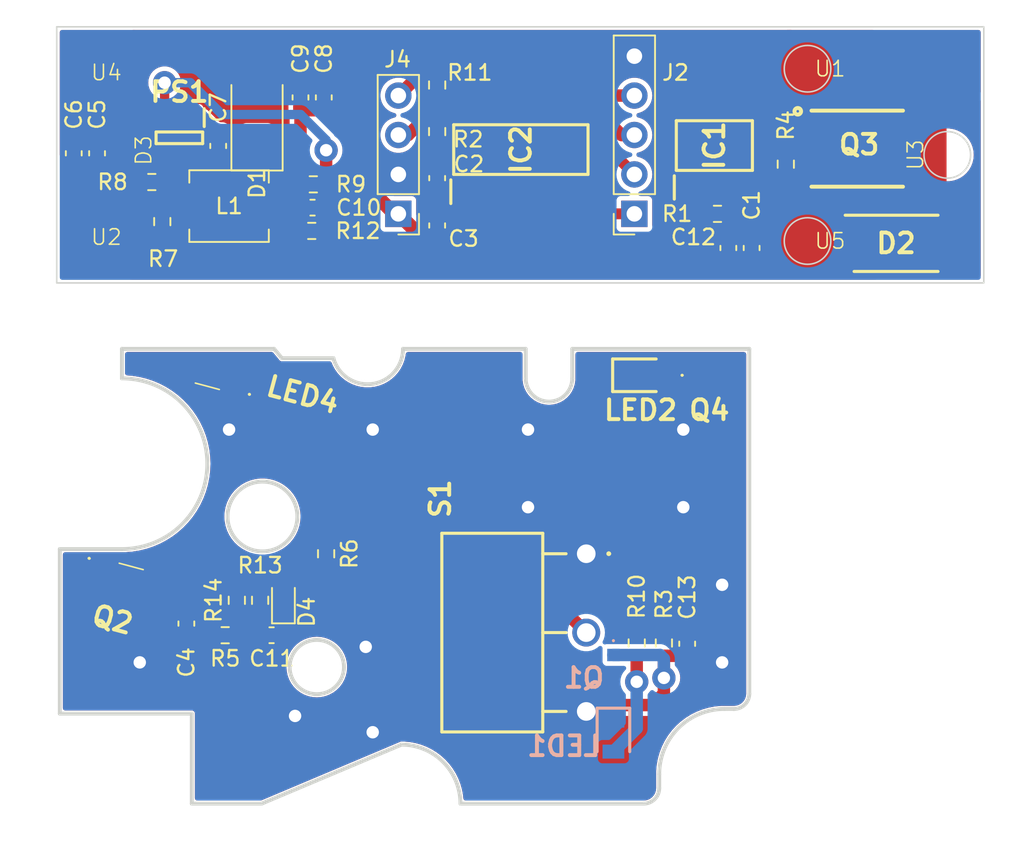
<source format=kicad_pcb>
(kicad_pcb (version 20240108) (generator "pcbnew") (generator_version "8.0")
  (layers (0 "F.Cu" signal) (31 "B.Cu" signal) (34 "B.Paste" user) (35 "F.Paste" user) (36 "B.SilkS" user "B.Silkscreen") (37 "F.SilkS" user "F.Silkscreen") (38 "B.Mask" user) (39 "F.Mask" user) (44 "Edge.Cuts" user))
  (net 0 "")
  (net 1 "GND")
  (net 2 "+12V")
  (net 3 "/pwr_motor")
  (net 4 "/NMOS")
  (net 5 "/updiRx")
  (net 6 "/updiTx")
  (net 7 "Net-(Q3-Pad4)")
  (net 8 "+3.3V")
  (net 10 "Net-(PS1-BST)")
  (net 11 "Net-(D1-K)")
  (net 12 "/V_FB")
  (net 13 "Net-(PS1-EN)")
  (net 14 "Net-(D4-A)")
  (net 21 "Net-(LED4-Pad1)")
  (net 22 "/V_Cycle_Out")
  (net 23 "/trigger_Out")
  (net 24 "/V_Cycle_In")
  (net 25 "/trigger_In")
  (net 26 "/Semi_Auto_In")
  (net 29 "Net-(IC1-OUT_1)")
  (net 31 "/Semi_Auto")
  (net 32 "Net-(LED1-Pad2)")
  (footprint "Capacitor_SMD:C_0603_1608Metric" (layer "F.Cu") (at 65.75 87.2 90)
    (property "Reference" "C6" (at 2.5 0 90) (layer "F.SilkS"))
    (property "Value" "10u/1206")
    (pad "1" smd roundrect (at -0.775 0 90) (size 0.9 0.95) (layers "F.Cu" "F.Paste" "F.Mask") (net 2 "+12V"))
    (pad "2" smd roundrect (at 0.775 0 90) (size 0.9 0.95) (layers "F.Cu" "F.Paste" "F.Mask") (net 1 "GND"))
  )
  (footprint "Capacitor_SMD:C_0603_1608Metric" (layer "F.Cu") (at 109.4 93.3 -90)
    (property "Reference" "C1" (at -2.75 0 90) (layer "F.SilkS"))
    (property "Value" "1u")
    (pad "1" smd roundrect (at -0.775 0 270) (size 0.9 0.95) (layers "F.Cu" "F.Paste" "F.Mask") (net 1 "GND"))
    (pad "2" smd roundrect (at 0.775 0 270) (size 0.9 0.95) (layers "F.Cu" "F.Paste" "F.Mask") (net 2 "+12V"))
  )
  (footprint "SamacSys:LEDC2012X105N" (layer "F.Cu") (at 102.25 101.5)
    (property "Reference" "LED2" (at 0 2.25 0) (layer "F.SilkS") (effects (font (size 1.27 1.27) (thickness 0.254))))
    (property "Value" "XL-2012IRC-940" (hide yes))
    (pad "1" smd rect (at -1 0) (size 0.9 1.4) (layers "F.Cu" "F.Paste" "F.Mask") (net 1 "GND"))
    (pad "2" smd rect (at 1 0) (size 0.9 1.4) (layers "F.Cu" "F.Paste" "F.Mask") (net 1 "GND"))
  )
  (footprint "SamacSys:Copper_Pad" (layer "F.Cu") (at 114.45 92.85)
    (property "Reference" "U5" (at 0 0 0) (layer "F.SilkS") (effects (font (thickness 0.1))))
    (property "Value" "12v")
    (pad "1" smd roundrect (at 0 0) (size 8 5) (layers "F.Cu" "F.Paste" "F.Mask") (net 2 "+12V"))
  )
  (footprint "Connector_PinSocket_2.54mm:PinSocket_1x05_P2.54mm_Vertical" (layer "F.Cu") (at 101.85 91.1 180)
    (property "Reference" "J2" (at -2.65 9.1 360) (layer "F.SilkS"))
    (property "Value" "Conn_01x05")
    (pad "1" thru_hole rect (at 0 0 180) (size 1.7 1.7) (drill 1) (layers "*.Cu" "*.Mask") (net 8 "+3.3V"))
    (pad "2" thru_hole oval (at 0 2.54 180) (size 1.7 1.7) (drill 1) (layers "*.Cu" "*.Mask") (net 25 "/trigger_In"))
    (pad "3" thru_hole oval (at 0 5.08 180) (size 1.7 1.7) (drill 1) (layers "*.Cu" "*.Mask") (net 26 "/Semi_Auto_In"))
    (pad "4" thru_hole oval (at 0 7.62 180) (size 1.7 1.7) (drill 1) (layers "*.Cu" "*.Mask") (net 24 "/V_Cycle_In"))
    (pad "5" thru_hole oval (at 0 10.16 180) (size 1.7 1.7) (drill 1) (layers "*.Cu" "*.Mask") (net 1 "GND"))
  )
  (footprint "SamacSys:POWERPAKSO-8" (layer "F.Cu") (at 116.2 86.9)
    (property "Reference" "Q3" (at 0.12217 -0.256 0) (layer "F.SilkS") (effects (font (size 1.27 1.27) (thickness 0.254))))
    (property "Value" "78-SQRS140ELP" (hide yes))
    (pad "1" smd rect (at -2.7325 -1.905 90) (size 0.61 1.27) (layers "F.Cu" "F.Paste" "F.Mask") (net 1 "GND"))
    (pad "2" smd rect (at -2.7325 -0.635 90) (size 0.61 1.27) (layers "F.Cu" "F.Paste" "F.Mask") (net 1 "GND"))
    (pad "3" smd rect (at -2.7325 0.635 90) (size 0.61 1.27) (layers "F.Cu" "F.Paste" "F.Mask") (net 1 "GND"))
    (pad "4" smd rect (at -2.7325 1.905 90) (size 0.61 1.27) (layers "F.Cu" "F.Paste" "F.Mask") (net 7 "Net-(Q3-Pad4)"))
    (pad "5" smd rect (at 2.7325 1.905 90) (size 0.61 1.02) (layers "F.Cu" "F.Paste" "F.Mask") (net 3 "/pwr_motor"))
    (pad "6" smd rect (at 2.7325 0.635 90) (size 0.61 1.02) (layers "F.Cu" "F.Paste" "F.Mask") (net 3 "/pwr_motor"))
    (pad "7" smd rect (at 2.7325 -0.635 90) (size 0.61 1.02) (layers "F.Cu" "F.Paste" "F.Mask") (net 3 "/pwr_motor"))
    (pad "8" smd rect (at 2.7325 -1.905 90) (size 0.61 1.02) (layers "F.Cu" "F.Paste" "F.Mask") (net 3 "/pwr_motor"))
    (pad "9" smd rect (at 0.6275 0 90) (size 3.81 3.91) (layers "F.Cu" "F.Paste" "F.Mask") (net 3 "/pwr_motor"))
  )
  (footprint "Resistor_SMD:R_0603_1608Metric" (layer "F.Cu") (at 81.075 92.2 180)
    (property "Reference" "R12" (at -2.975 0 0) (layer "F.SilkS"))
    (property "Value" "3.3k")
    (pad "1" smd roundrect (at -0.825 0 180) (size 0.8 0.95) (layers "F.Cu" "F.Paste" "F.Mask") (net 12 "/V_FB"))
    (pad "2" smd roundrect (at 0.825 0 180) (size 0.8 0.95) (layers "F.Cu" "F.Paste" "F.Mask") (net 1 "GND"))
  )
  (footprint "Connector_PinHeader_2.54mm:PinHeader_1x04_P2.54mm_Vertical" (layer "F.Cu") (at 86.65 91.1 180)
    (property "Reference" "J4" (at 0.05 9.95 0) (layer "F.SilkS"))
    (property "Value" "Conn_01x04")
    (pad "1" thru_hole rect (at 0 0 180) (size 1.7 1.7) (drill 1) (layers "*.Cu" "*.Mask") (net 8 "+3.3V"))
    (pad "2" thru_hole oval (at 0 2.54 180) (size 1.7 1.7) (drill 1) (layers "*.Cu" "*.Mask") (net 1 "GND"))
    (pad "3" thru_hole oval (at 0 5.08 180) (size 1.7 1.7) (drill 1) (layers "*.Cu" "*.Mask") (net 5 "/updiRx"))
    (pad "4" thru_hole oval (at 0 7.62 180) (size 1.7 1.7) (drill 1) (layers "*.Cu" "*.Mask") (net 6 "/updiTx"))
  )
  (footprint "Resistor_SMD:R_0603_1608Metric" (layer "F.Cu") (at 71.45 91.6 -90)
    (property "Reference" "R7" (at 2.4 -0.05 180) (layer "F.SilkS"))
    (property "Value" "10k")
    (pad "1" smd roundrect (at -0.825 0 270) (size 0.8 0.95) (layers "F.Cu" "F.Paste" "F.Mask") (net 13 "Net-(PS1-EN)"))
    (pad "2" smd roundrect (at 0.825 0 270) (size 0.8 0.95) (layers "F.Cu" "F.Paste" "F.Mask") (net 2 "+12V"))
  )
  (footprint "SamacSys:SOIC127P600X175-14N" (layer "F.Cu") (at 94.54 86.96 90)
    (property "Reference" "IC2" (at 0 0 90) (layer "F.SilkS") (effects (font (size 1.27 1.27) (thickness 0.254))))
    (property "Value" "ATTINY814-SSF" (hide yes))
    (pad "1" smd rect (at -2.712 -3.81 180) (size 0.7 1.525) (layers "F.Cu" "F.Paste" "F.Mask") (net 8 "+3.3V"))
    (pad "2" smd rect (at -2.712 -2.54 180) (size 0.7 1.525) (layers "F.Cu" "F.Paste" "F.Mask"))
    (pad "3" smd rect (at -2.712 -1.27 180) (size 0.7 1.525) (layers "F.Cu" "F.Paste" "F.Mask") (net 4 "/NMOS"))
    (pad "4" smd rect (at -2.712 0 180) (size 0.7 1.525) (layers "F.Cu" "F.Paste" "F.Mask"))
    (pad "5" smd rect (at -2.712 1.27 180) (size 0.7 1.525) (layers "F.Cu" "F.Paste" "F.Mask"))
    (pad "6" smd rect (at -2.712 2.54 180) (size 0.7 1.525) (layers "F.Cu" "F.Paste" "F.Mask"))
    (pad "7" smd rect (at -2.712 3.81 180) (size 0.7 1.525) (layers "F.Cu" "F.Paste" "F.Mask"))
    (pad "8" smd rect (at 2.712 3.81 180) (size 0.7 1.525) (layers "F.Cu" "F.Paste" "F.Mask") (net 26 "/Semi_Auto_In"))
    (pad "9" smd rect (at 2.712 2.54 180) (size 0.7 1.525) (layers "F.Cu" "F.Paste" "F.Mask") (net 25 "/trigger_In"))
    (pad "10" smd rect (at 2.712 1.27 180) (size 0.7 1.525) (layers "F.Cu" "F.Paste" "F.Mask") (net 5 "/updiRx"))
    (pad "11" smd rect (at 2.712 0 180) (size 0.7 1.525) (layers "F.Cu" "F.Paste" "F.Mask") (net 24 "/V_Cycle_In"))
    (pad "12" smd rect (at 2.712 -1.27 180) (size 0.7 1.525) (layers "F.Cu" "F.Paste" "F.Mask"))
    (pad "13" smd rect (at 2.712 -2.54 180) (size 0.7 1.525) (layers "F.Cu" "F.Paste" "F.Mask"))
    (pad "14" smd rect (at 2.712 -3.81 180) (size 0.7 1.525) (layers "F.Cu" "F.Paste" "F.Mask") (net 1 "GND"))
  )
  (footprint "Resistor_SMD:R_0603_1608Metric" (layer "F.Cu") (at 75.5 118.25)
    (property "Reference" "R5" (at 0 1.5 360) (layer "F.SilkS"))
    (property "Value" "10k")
    (pad "1" smd roundrect (at -0.825 0) (size 0.8 0.95) (layers "F.Cu" "F.Paste" "F.Mask") (net 22 "/V_Cycle_Out"))
    (pad "2" smd roundrect (at 0.825 0) (size 0.8 0.95) (layers "F.Cu" "F.Paste" "F.Mask") (net 8 "+3.3V"))
  )
  (footprint "Capacitor_SMD:C_0603_1608Metric" (layer "F.Cu") (at 107.9 93.3 90)
    (property "Reference" "C12" (at 0.7 -2.25 180) (layer "F.SilkS"))
    (property "Value" "0.1u")
    (pad "1" smd roundrect (at -0.775 0 90) (size 0.9 0.95) (layers "F.Cu" "F.Paste" "F.Mask") (net 2 "+12V"))
    (pad "2" smd roundrect (at 0.775 0 90) (size 0.9 0.95) (layers "F.Cu" "F.Paste" "F.Mask") (net 1 "GND"))
  )
  (footprint "Capacitor_SMD:C_0603_1608Metric" (layer "F.Cu") (at 80.35 83.6 90)
    (property "Reference" "C9" (at 2.5 0 90) (layer "F.SilkS"))
    (property "Value" "22u")
    (pad "1" smd roundrect (at -0.775 0 90) (size 0.9 0.95) (layers "F.Cu" "F.Paste" "F.Mask") (net 8 "+3.3V"))
    (pad "2" smd roundrect (at 0.775 0 90) (size 0.9 0.95) (layers "F.Cu" "F.Paste" "F.Mask") (net 1 "GND"))
  )
  (footprint "Capacitor_SMD:C_0603_1608Metric" (layer "F.Cu") (at 67.25 87.2 90)
    (property "Reference" "C5" (at 2.5 0 90) (layer "F.SilkS"))
    (property "Value" "10u/1206")
    (pad "1" smd roundrect (at -0.775 0 90) (size 0.9 0.95) (layers "F.Cu" "F.Paste" "F.Mask") (net 2 "+12V"))
    (pad "2" smd roundrect (at 0.775 0 90) (size 0.9 0.95) (layers "F.Cu" "F.Paste" "F.Mask") (net 1 "GND"))
  )
  (footprint "SamacSys:Copper_Pad" (layer "F.Cu") (at 67.85 82)
    (property "Reference" "U4" (at 0 0 0) (layer "F.SilkS") (effects (font (thickness 0.1))))
    (property "Value" "Gnd")
    (pad "1" smd roundrect (at 0 0) (size 5 5) (layers "F.Cu" "F.Paste" "F.Mask") (net 1 "GND"))
  )
  (footprint "SamacSys:APA3010P3C" (layer "F.Cu") (at 69.32 114.3 -15)
    (property "Reference" "Q2" (at -0.270024 3.126418 -15) (layer "F.SilkS") (effects (font (size 1.27 1.27) (thickness 0.254))))
    (property "Value" "LKPT30102B-A01" (hide yes))
    (pad "1" smd rect (at -1.75 0 75) (size 1.5 1.5) (layers "F.Cu" "F.Paste" "F.Mask") (net 1 "GND"))
    (pad "2" smd rect (at 1.75 0 75) (size 1.5 1.5) (layers "F.Cu" "F.Paste" "F.Mask") (net 22 "/V_Cycle_Out"))
    (pad "3" smd rect (at 0 0.65 75) (size 0.9 0.9) (layers "F.Cu" "F.Paste" "F.Mask") (net 1 "GND"))
  )
  (footprint "SamacSys:Copper_Pad" (layer "F.Cu") (at 119.95 87.3 90)
    (property "Reference" "U3" (at 0 0 90) (layer "F.SilkS") (effects (font (thickness 0.1))))
    (property "Value" "GndMotor")
    (pad "1" smd roundrect (at 0 0 90) (size 7 4) (layers "F.Cu" "F.Paste" "F.Mask") (net 3 "/pwr_motor"))
  )
  (footprint "Resistor_SMD:R_0603_1608Metric" (layer "F.Cu") (at 76.25 116 -90)
    (property "Reference" "R14" (at 0 1.5 90) (layer "F.SilkS"))
    (property "Value" "10K")
    (pad "1" smd roundrect (at -0.825 0 270) (size 0.8 0.95) (layers "F.Cu" "F.Paste" "F.Mask") (net 14 "Net-(D4-A)"))
    (pad "2" smd roundrect (at 0.825 0 270) (size 0.8 0.95) (layers "F.Cu" "F.Paste" "F.Mask") (net 8 "+3.3V"))
  )
  (footprint "Capacitor_SMD:C_0603_1608Metric" (layer "F.Cu") (at 75.05 86.725 -90)
    (property "Reference" "C7" (at -2.475 0 90) (layer "F.SilkS"))
    (property "Value" "22n")
    (pad "1" smd roundrect (at -0.775 0 270) (size 0.9 0.95) (layers "F.Cu" "F.Paste" "F.Mask") (net 10 "Net-(PS1-BST)"))
    (pad "2" smd roundrect (at 0.775 0 270) (size 0.9 0.95) (layers "F.Cu" "F.Paste" "F.Mask") (net 11 "Net-(D1-K)"))
  )
  (footprint "SamacSys:Copper_Pad" (layer "F.Cu") (at 67.85 92.6)
    (property "Reference" "U2" (at 0 0 0) (layer "F.SilkS") (effects (font (thickness 0.1))))
    (property "Value" "12v")
    (pad "1" smd roundrect (at 0 0) (size 5 5) (layers "F.Cu" "F.Paste" "F.Mask") (net 2 "+12V"))
  )
  (footprint "Resistor_SMD:R_0603_1608Metric" (layer "F.Cu") (at 89.15 82.8 90)
    (property "Reference" "R11" (at 0.8 2.1 0) (layer "F.SilkS"))
    (property "Value" "1k")
    (pad "1" smd roundrect (at -0.825 0 90) (size 0.8 0.95) (layers "F.Cu" "F.Paste" "F.Mask") (net 5 "/updiRx"))
    (pad "2" smd roundrect (at 0.825 0 90) (size 0.8 0.95) (layers "F.Cu" "F.Paste" "F.Mask") (net 6 "/updiTx"))
  )
  (footprint "Diode_SMD:D_0603_1608Metric" (layer "F.Cu") (at 79.25 116 90)
    (property "Reference" "D4" (at -0.75 1.5 90) (layer "F.SilkS"))
    (property "Value" "D")
    (pad "1" smd roundrect (at -0.7875 0 90) (size 0.875 0.95) (layers "F.Cu" "F.Paste" "F.Mask") (net 23 "/trigger_Out"))
    (pad "2" smd roundrect (at 0.7875 0 90) (size 0.875 0.95) (layers "F.Cu" "F.Paste" "F.Mask") (net 14 "Net-(D4-A)"))
  )
  (footprint "Capacitor_SMD:C_0603_1608Metric" (layer "F.Cu") (at 89.15 91.85 90)
    (property "Reference" "C3" (at -0.85 1.7 0) (layer "F.SilkS"))
    (property "Value" "10n")
    (pad "1" smd roundrect (at -0.775 0 90) (size 0.9 0.95) (layers "F.Cu" "F.Paste" "F.Mask") (net 8 "+3.3V"))
    (pad "2" smd roundrect (at 0.775 0 90) (size 0.9 0.95) (layers "F.Cu" "F.Paste" "F.Mask") (net 1 "GND"))
  )
  (footprint "Resistor_SMD:R_0603_1608Metric" (layer "F.Cu") (at 111.6 87.9 90)
    (property "Reference" "R4" (at 2.5 0 90) (layer "F.SilkS"))
    (property "Value" "10R")
    (pad "1" smd roundrect (at -0.825 0 90) (size 0.8 0.95) (layers "F.Cu" "F.Paste" "F.Mask") (net 7 "Net-(Q3-Pad4)"))
    (pad "2" smd roundrect (at 0.825 0 90) (size 0.8 0.95) (layers "F.Cu" "F.Paste" "F.Mask") (net 29 "Net-(IC1-OUT_1)"))
  )
  (footprint "Resistor_SMD:R_0603_1608Metric" (layer "F.Cu") (at 89.15 85.8 90)
    (property "Reference" "R2" (at -0.5 2 0) (layer "F.SilkS"))
    (property "Value" "10k")
    (pad "1" smd roundrect (at -0.825 0 90) (size 0.8 0.95) (layers "F.Cu" "F.Paste" "F.Mask") (net 8 "+3.3V"))
    (pad "2" smd roundrect (at 0.825 0 90) (size 0.8 0.95) (layers "F.Cu" "F.Paste" "F.Mask") (net 5 "/updiRx"))
  )
  (footprint "Capacitor_SMD:C_0603_1608Metric" (layer "F.Cu") (at 81.85 83.6 90)
    (property "Reference" "C8" (at 2.5 0 90) (layer "F.SilkS"))
    (property "Value" "22u")
    (pad "1" smd roundrect (at -0.775 0 90) (size 0.9 0.95) (layers "F.Cu" "F.Paste" "F.Mask") (net 8 "+3.3V"))
    (pad "2" smd roundrect (at 0.775 0 90) (size 0.9 0.95) (layers "F.Cu" "F.Paste" "F.Mask") (net 1 "GND"))
  )
  (footprint "SamacSys:SOIC127P600X175-8N" (layer "F.Cu") (at 107 86.7 90)
    (property "Reference" "IC1" (at 0 0 90) (layer "F.SilkS") (effects (font (size 1.27 1.27) (thickness 0.254))))
    (property "Value" "MCP1407-E_SN" (hide yes))
    (pad "1" smd rect (at -2.7 -1.905 180) (size 0.65 1.5) (layers "F.Cu" "F.Paste" "F.Mask") (net 2 "+12V"))
    (pad "2" smd rect (at -2.7 -0.635 180) (size 0.65 1.5) (layers "F.Cu" "F.Paste" "F.Mask") (net 4 "/NMOS"))
    (pad "3" smd rect (at -2.7 0.635 180) (size 0.65 1.5) (layers "F.Cu" "F.Paste" "F.Mask"))
    (pad "4" smd rect (at -2.7 1.905 180) (size 0.65 1.5) (layers "F.Cu" "F.Paste" "F.Mask") (net 1 "GND"))
    (pad "5" smd rect (at 2.7 1.905 180) (size 0.65 1.5) (layers "F.Cu" "F.Paste" "F.Mask") (net 1 "GND"))
    (pad "6" smd rect (at 2.7 0.635 180) (size 0.65 1.5) (layers "F.Cu" "F.Paste" "F.Mask") (net 29 "Net-(IC1-OUT_1)"))
    (pad "7" smd rect (at 2.7 -0.635 180) (size 0.65 1.5) (layers "F.Cu" "F.Paste" "F.Mask"))
    (pad "8" smd rect (at 2.7 -1.905 180) (size 0.65 1.5) (layers "F.Cu" "F.Paste" "F.Mask"))
  )
  (footprint "Resistor_SMD:R_0603_1608Metric" (layer "F.Cu") (at 77.75 116 -90)
    (property "Reference" "R13" (at -2.25 0 180) (layer "F.SilkS"))
    (property "Value" "1K")
    (pad "1" smd roundrect (at -0.825 0 270) (size 0.8 0.95) (layers "F.Cu" "F.Paste" "F.Mask") (net 14 "Net-(D4-A)"))
    (pad "2" smd roundrect (at 0.825 0 270) (size 0.8 0.95) (layers "F.Cu" "F.Paste" "F.Mask") (net 23 "/trigger_Out"))
  )
  (footprint "Inductor_SMD:L_Chilisin_BMRA00040420" (layer "F.Cu") (at 75.75 90.6)
    (property "Reference" "L1" (at 0 0 0) (layer "F.SilkS"))
    (property "Value" "10u/C2921170")
    (pad "1" smd rect (at -1.85 0) (size 1.5 2.5) (layers "F.Cu" "F.Paste" "F.Mask") (net 11 "Net-(D1-K)"))
    (pad "2" smd rect (at 1.85 0) (size 1.5 2.5) (layers "F.Cu" "F.Paste" "F.Mask") (net 8 "+3.3V"))
  )
  (footprint "SamacSys:DIOM5436X247N" (layer "F.Cu") (at 118.7 93)
    (property "Reference" "D2" (at 0 0 0) (layer "F.SilkS") (effects (font (size 1.27 1.27) (thickness 0.254))))
    (property "Value" "SS24" (hide yes))
    (pad "1" smd rect (at -2.2 0 90) (size 2.15 2.25) (layers "F.Cu" "F.Paste" "F.Mask") (net 2 "+12V"))
    (pad "2" smd rect (at 2.2 0 90) (size 2.15 2.25) (layers "F.Cu" "F.Paste" "F.Mask") (net 3 "/pwr_motor"))
  )
  (footprint "Resistor_SMD:R_0603_1608Metric" (layer "F.Cu") (at 103.75 118.75 90)
    (property "Reference" "R3" (at 2.5 0 90) (layer "F.SilkS"))
    (property "Value" "10k")
    (pad "1" smd roundrect (at -0.825 0 90) (size 0.8 0.95) (layers "F.Cu" "F.Paste" "F.Mask") (net 31 "/Semi_Auto"))
    (pad "2" smd roundrect (at 0.825 0 90) (size 0.8 0.95) (layers "F.Cu" "F.Paste" "F.Mask") (net 8 "+3.3V"))
  )
  (footprint "Capacitor_SMD:C_0603_1608Metric" (layer "F.Cu") (at 78.4875 118.25 180)
    (property "Reference" "C11" (at -0.0125 -1.5 360) (layer "F.SilkS"))
    (property "Value" "100nf")
    (pad "1" smd roundrect (at -0.775 0 180) (size 0.9 0.95) (layers "F.Cu" "F.Paste" "F.Mask") (net 1 "GND"))
    (pad "2" smd roundrect (at 0.775 0 180) (size 0.9 0.95) (layers "F.Cu" "F.Paste" "F.Mask") (net 23 "/trigger_Out"))
  )
  (footprint "Resistor_SMD:R_0603_1608Metric" (layer "F.Cu") (at 102 118.75 -90)
    (property "Reference" "R10" (at -3 0 90) (layer "F.SilkS"))
    (property "Value" "91R")
    (pad "1" smd roundrect (at -0.825 0 270) (size 0.8 0.95) (layers "F.Cu" "F.Paste" "F.Mask") (net 8 "+3.3V"))
    (pad "2" smd roundrect (at 0.825 0 270) (size 0.8 0.95) (layers "F.Cu" "F.Paste" "F.Mask") (net 32 "Net-(LED1-Pad2)"))
  )
  (footprint "Resistor_SMD:R_0603_1608Metric" (layer "F.Cu") (at 70.775 89.05)
    (property "Reference" "R8" (at -2.525 0 0) (layer "F.SilkS"))
    (property "Value" "2k")
    (pad "1" smd roundrect (at -0.825 0) (size 0.8 0.95) (layers "F.Cu" "F.Paste" "F.Mask") (net 1 "GND"))
    (pad "2" smd roundrect (at 0.825 0) (size 0.8 0.95) (layers "F.Cu" "F.Paste" "F.Mask") (net 13 "Net-(PS1-EN)"))
  )
  (footprint "SamacSys:AP1608P1CP22" (layer "F.Cu") (at 106.675 101.5)
    (property "Reference" "Q4" (at 0 2.25 0) (layer "F.SilkS") (effects (font (size 1.27 1.27) (thickness 0.254))))
    (property "Value" "LC191PTDT" (hide yes))
    (pad "1" smd rect (at -0.825 0 90) (size 0.8 0.8) (layers "F.Cu" "F.Paste" "F.Mask") (net 1 "GND"))
    (pad "2" smd rect (at 0.825 0 90) (size 0.8 0.8) (layers "F.Cu" "F.Paste" "F.Mask") (net 1 "GND"))
  )
  (footprint "Capacitor_SMD:C_0603_1608Metric" (layer "F.Cu") (at 73 117.5 -90)
    (property "Reference" "C4" (at 2.5 0 90) (layer "F.SilkS"))
    (property "Value" "10n")
    (pad "1" smd roundrect (at -0.775 0 270) (size 0.9 0.95) (layers "F.Cu" "F.Paste" "F.Mask") (net 22 "/V_Cycle_Out"))
    (pad "2" smd roundrect (at 0.775 0 270) (size 0.9 0.95) (layers "F.Cu" "F.Paste" "F.Mask") (net 1 "GND"))
  )
  (footprint "Capacitor_SMD:C_0603_1608Metric" (layer "F.Cu") (at 81.125 90.7)
    (property "Reference" "C10" (at 2.975 0 0) (layer "F.SilkS"))
    (property "Value" "100p")
    (pad "1" smd roundrect (at -0.775 0) (size 0.9 0.95) (layers "F.Cu" "F.Paste" "F.Mask") (net 8 "+3.3V"))
    (pad "2" smd roundrect (at 0.775 0) (size 0.9 0.95) (layers "F.Cu" "F.Paste" "F.Mask") (net 12 "/V_FB"))
  )
  (footprint "Resistor_SMD:R_0603_1608Metric" (layer "F.Cu") (at 81.175 89.2)
    (property "Reference" "R9" (at 2.425 0 0) (layer "F.SilkS"))
    (property "Value" "10k")
    (pad "1" smd roundrect (at -0.825 0) (size 0.8 0.95) (layers "F.Cu" "F.Paste" "F.Mask") (net 8 "+3.3V"))
    (pad "2" smd roundrect (at 0.825 0) (size 0.8 0.95) (layers "F.Cu" "F.Paste" "F.Mask") (net 12 "/V_FB"))
  )
  (footprint "SamacSys:463092691402" (layer "F.Cu") (at 98.75 113 -90)
    (property "Reference" "S1" (at -3.55 9.4 -90) (layer "F.SilkS") (effects (font (size 1.27 1.27) (thickness 0.254))))
    (property "Value" "Trigger" (hide yes))
    (pad "1" thru_hole rect (at 0 0 270) (size 1.8 1.8) (drill 1.2) (layers "*.Cu" "*.Mask") (net 1 "GND"))
    (pad "2" thru_hole circle (at 5.08 0 270) (size 1.8 1.8) (drill 1.2) (layers "*.Cu" "*.Mask") (net 14 "Net-(D4-A)"))
    (pad "3" thru_hole circle (at 10.16 0 270) (size 1.8 1.8) (drill 1.2) (layers "*.Cu" "*.Mask") (net 1 "GND"))
  )
  (footprint "Capacitor_SMD:C_0603_1608Metric" (layer "F.Cu") (at 89.15 88.8 -90)
    (property "Reference" "C2" (at -0.9 -2.05 180) (layer "F.SilkS"))
    (property "Value" "1u")
    (pad "1" smd roundrect (at -0.775 0 270) (size 0.9 0.95) (layers "F.Cu" "F.Paste" "F.Mask") (net 8 "+3.3V"))
    (pad "2" smd roundrect (at 0.775 0 270) (size 0.9 0.95) (layers "F.Cu" "F.Paste" "F.Mask") (net 1 "GND"))
  )
  (footprint "Resistor_SMD:R_0603_1608Metric" (layer "F.Cu") (at 107.2 91.1 180)
    (property "Reference" "R1" (at 2.6 0 0) (layer "F.SilkS"))
    (property "Value" "10k")
    (pad "1" smd roundrect (at -0.825 0 180) (size 0.8 0.95) (layers "F.Cu" "F.Paste" "F.Mask") (net 1 "GND"))
    (pad "2" smd roundrect (at 0.825 0 180) (size 0.8 0.95) (layers "F.Cu" "F.Paste" "F.Mask") (net 4 "/NMOS"))
  )
  (footprint "SamacSys:APA3010P3C" (layer "F.Cu") (at 74.481768 101.727852 165)
    (property "Reference" "LED4" (at -6.077717 0.570314 165) (layer "F.SilkS") (effects (font (size 1.27 1.27) (thickness 0.254))))
    (property "Value" "LKIR30102C-A01" (hide yes))
    (pad "1" smd rect (at -1.75 0 255) (size 1.5 1.5) (layers "F.Cu" "F.Paste" "F.Mask") (net 21 "Net-(LED4-Pad1)"))
    (pad "2" smd rect (at 1.75 0 255) (size 1.5 1.5) (layers "F.Cu" "F.Paste" "F.Mask") (net 1 "GND"))
    (pad "3" smd rect (at 0 0.65 255) (size 0.9 0.9) (layers "F.Cu" "F.Paste" "F.Mask") (net 1 "GND"))
  )
  (footprint "Resistor_SMD:R_0603_1608Metric" (layer "F.Cu") (at 82 113 90)
    (property "Reference" "R6" (at 0 1.5 90) (layer "F.SilkS"))
    (property "Value" "51R")
    (pad "1" smd roundrect (at -0.825 0 90) (size 0.8 0.95) (layers "F.Cu" "F.Paste" "F.Mask") (net 8 "+3.3V"))
    (pad "2" smd roundrect (at 0.825 0 90) (size 0.8 0.95) (layers "F.Cu" "F.Paste" "F.Mask") (net 21 "Net-(LED4-Pad1)"))
  )
  (footprint "Capacitor_SMD:C_0603_1608Metric" (layer "F.Cu") (at 105.25 118.8 90)
    (property "Reference" "C13" (at 3 0 90) (layer "F.SilkS"))
    (property "Value" "10n")
    (pad "1" smd roundrect (at -0.775 0 90) (size 0.9 0.95) (layers "F.Cu" "F.Paste" "F.Mask") (net 31 "/Semi_Auto"))
    (pad "2" smd roundrect (at 0.775 0 90) (size 0.9 0.95) (layers "F.Cu" "F.Paste" "F.Mask") (net 1 "GND"))
  )
  (footprint "SamacSys:Copper_Pad" (layer "F.Cu") (at 114.45 81.75)
    (property "Reference" "U1" (at 0 0 0) (layer "F.SilkS") (effects (font (thickness 0.1))))
    (property "Value" "Gnd")
    (pad "1" smd roundrect (at 0 0) (size 8 5) (layers "F.Cu" "F.Paste" "F.Mask") (net 1 "GND"))
  )
  (footprint "SamacSys:TVS_DIODE" (layer "F.Cu") (at 68.9 87.0125 90)
    (property "Reference" "D3" (at 0 1.35 90) (layer "F.SilkS") (effects (font (thickness 0.1))))
    (property "Value" "824045812")
    (pad "1" smd rect (at -0.6125 0 90) (size 0.625 1) (layers "F.Cu" "F.Paste" "F.Mask") (net 2 "+12V"))
    (pad "2" smd rect (at 0.6125 0 90) (size 0.625 1) (layers "F.Cu" "F.Paste" "F.Mask") (net 1 "GND"))
  )
  (footprint "SamacSys:SOT95P285X140-6N" (layer "F.Cu") (at 72.55 86.2 -90)
    (property "Reference" "PS1" (at -2.95 0 180) (layer "F.SilkS") (effects (font (size 1.27 1.27) (thickness 0.254))))
    (property "Value" "AP5100WG-7" (hide yes))
    (pad "1" smd rect (at -1.3 -0.95) (size 0.6 1.15) (layers "F.Cu" "F.Paste" "F.Mask") (net 10 "Net-(PS1-BST)"))
    (pad "2" smd rect (at -1.3 0) (size 0.6 1.15) (layers "F.Cu" "F.Paste" "F.Mask") (net 1 "GND"))
    (pad "3" smd rect (at -1.3 0.95) (size 0.6 1.15) (layers "F.Cu" "F.Paste" "F.Mask") (net 12 "/V_FB"))
    (pad "4" smd rect (at 1.3 0.95) (size 0.6 1.15) (layers "F.Cu" "F.Paste" "F.Mask") (net 13 "Net-(PS1-EN)"))
    (pad "5" smd rect (at 1.3 0) (size 0.6 1.15) (layers "F.Cu" "F.Paste" "F.Mask") (net 2 "+12V"))
    (pad "6" smd rect (at 1.3 -0.95) (size 0.6 1.15) (layers "F.Cu" "F.Paste" "F.Mask") (net 11 "Net-(D1-K)"))
  )
  (footprint "Diode_SMD:D_SMA" (layer "F.Cu") (at 77.55 84.8 90)
    (property "Reference" "D1" (at -4.35 0 90) (layer "F.SilkS"))
    (property "Value" "B340A")
    (pad "1" smd roundrect (at -2 0 90) (size 2.5 1.8) (layers "F.Cu" "F.Paste" "F.Mask") (roundrect_rratio 0.1388888889) (net 11 "Net-(D1-K)"))
    (pad "2" smd roundrect (at 2 0 90) (size 2.5 1.8) (layers "F.Cu" "F.Paste" "F.Mask") (roundrect_rratio 0.1388888889) (net 1 "GND"))
  )
  (footprint "SamacSys:LEDC2012X105N" (layer "B.Cu") (at 100.5 124.75 -90)
    (property "Reference" "LED1" (at 0.65 3.2 180) (layer "B.SilkS") (effects (font (size 1.27 1.27) (thickness 0.254)) (justify mirror)))
    (property "Value" "XL-2012IRC-940" (hide yes))
    (pad "1" smd rect (at -1 0 270) (size 0.9 1.4) (layers "B.Cu" "B.Paste" "B.Mask") (net 1 "GND"))
    (pad "2" smd rect (at 1 0 270) (size 0.9 1.4) (layers "B.Cu" "B.Paste" "B.Mask") (net 32 "Net-(LED1-Pad2)"))
  )
  (footprint "SamacSys:AP1608P1CP22" (layer "B.Cu") (at 100.5 120.35 -90)
    (property "Reference" "Q1" (at 0.65 1.9 0) (layer "B.SilkS") (effects (font (size 1.27 1.27) (thickness 0.254)) (justify mirror)))
    (property "Value" "LC191PTDT" (hide yes))
    (pad "1" smd rect (at -0.825 0 180) (size 0.8 0.8) (layers "B.Cu" "B.Paste" "B.Mask") (net 31 "/Semi_Auto"))
    (pad "2" smd rect (at 0.825 0 180) (size 0.8 0.8) (layers "B.Cu" "B.Paste" "B.Mask") (net 1 "GND"))
  )
  (gr_arc (start 103.45 127.2) (mid 104.680152 124.230152) (end 107.65 123) (stroke (width 0.25)) (layer "Edge.Cuts"))
  (gr_line (start 94.85 99.8) (end 94.85 101.7) (stroke (width 0.25)) (layer "Edge.Cuts"))
  (gr_line (start 68.85 99.8) (end 78.65 99.8) (stroke (width 0.25)) (layer "Edge.Cuts"))
  (gr_arc (start 86.95 99.8) (mid 84.972291 102.060222) (end 82.469609 100.400011) (stroke (width 0.25)) (layer "Edge.Cuts"))
  (gr_line (start 109.25 122.013116) (end 109.25 99.8) (stroke (width 0.25)) (layer "Edge.Cuts"))
  (gr_line (start 97.85 101.7) (end 97.85 99.8) (stroke (width 0.25)) (layer "Edge.Cuts"))
  (gr_line (start 107.65 123) (end 108.25 123) (stroke (width 0.25)) (layer "Edge.Cuts"))
  (gr_arc (start 103.45 128.1) (mid 103.157107 128.807107) (end 102.45 129.1) (stroke (width 0.25)) (layer "Edge.Cuts"))
  (gr_line (start 79.147321 100.4) (end 82.469609 100.400011) (stroke (width 0.25)) (layer "Edge.Cuts"))
  (gr_line (start 73.35 129.1) (end 77.85 129.1) (stroke (width 0.25)) (layer "Edge.Cuts"))
  (gr_circle (center 81.4 120.3) (end 83.15 120.3) (stroke (width 0.25)) (fill none) (layer "Edge.Cuts"))
  (gr_line (start 90.65 129.1) (end 102.45 129.1) (stroke (width 0.25)) (layer "Edge.Cuts"))
  (gr_circle (center 113 92.85) (end 114.5 92.85) (stroke (width 0.1)) (fill none) (layer "Edge.Cuts"))
  (gr_line (start 68.85 99.8) (end 68.85 101.7) (stroke (width 0.25)) (layer "Edge.Cuts"))
  (gr_circle (center 77.9 110.6) (end 80.15 110.6) (stroke (width 0.25)) (fill none) (layer "Edge.Cuts"))
  (gr_circle (center 122 87.3) (end 120.5 87.3) (stroke (width 0.1)) (fill none) (layer "Edge.Cuts"))
  (gr_line (start 78.65 99.8) (end 79.15 100.4) (stroke (width 0.25)) (layer "Edge.Cuts"))
  (gr_line (start 73.35 123.3) (end 64.85 123.3) (stroke (width 0.25)) (layer "Edge.Cuts"))
  (gr_arc (start 109.250087 122.013116) (mid 108.956352 122.715627) (end 108.25 123) (stroke (width 0.25)) (layer "Edge.Cuts"))
  (gr_arc (start 97.85 101.7) (mid 96.35 103.2) (end 94.85 101.7) (stroke (width 0.25)) (layer "Edge.Cuts"))
  (gr_line (start 103.45 128.1) (end 103.45 127.2) (stroke (width 0.25)) (layer "Edge.Cuts"))
  (gr_line (start 64.85 112.7) (end 64.85 123.3) (stroke (width 0.25)) (layer "Edge.Cuts"))
  (gr_line (start 64.85 112.7) (end 68.85 112.7) (stroke (width 0.25)) (layer "Edge.Cuts"))
  (gr_line (start 86.95 99.8) (end 94.85 99.8) (stroke (width 0.25)) (layer "Edge.Cuts"))
  (gr_line (start 73.35 129.1) (end 73.35 123.3) (stroke (width 0.25)) (layer "Edge.Cuts"))
  (gr_line (start 86.85 125.3) (end 77.85 129.1) (stroke (width 0.25)) (layer "Edge.Cuts"))
  (gr_arc (start 68.85 101.7) (mid 74.35 107.2) (end 68.85 112.7) (stroke (width 0.25)) (layer "Edge.Cuts"))
  (gr_arc (start 86.85 125.3) (mid 89.537006 126.412994) (end 90.65 129.1) (stroke (width 0.25)) (layer "Edge.Cuts"))
  (gr_line (start 97.85 99.8) (end 109.25 99.8) (stroke (width 0.25)) (layer "Edge.Cuts"))
  (gr_circle (center 113 81.75) (end 114.5 81.75) (stroke (width 0.1)) (fill none) (layer "Edge.Cuts"))
  (gr_rect (start 64.65 79.05) (end 124.35 95.55) (stroke (width 0.1)) (fill none) (layer "Edge.Cuts"))
  (segment (start 67.85 82.5) (end 67.85 82) (width 2) (layer "F.Cu") (net 1))
  (segment (start 113.4 81.75) (end 114.45 81.75) (width 2) (layer "F.Cu") (net 1))
  (segment (start 79.2625 118.9875) (end 79.2625 118.25) (width 0.8) (layer "F.Cu") (net 1))
  (segment (start 67.95 82.6) (end 67.85 82.5) (width 2) (layer "F.Cu") (net 1))
  (segment (start 78.36851 124.38149) (end 78.36851 119.88149) (width 0.8) (layer "F.Cu") (net 1))
  (segment (start 78.36851 119.88149) (end 79.2625 118.9875) (width 0.8) (layer "F.Cu") (net 1))
  (segment (start 111.9 80.25) (end 113.4 81.75) (width 2) (layer "F.Cu") (net 1))
  (segment (start 69.6 80.25) (end 111.9 80.25) (width 2) (layer "F.Cu") (net 1))
  (segment (start 67.85 82) (end 69.6 80.25) (width 2) (layer "F.Cu") (net 1))
  (segment (start 77.5 125.25) (end 78.36851 124.38149) (width 0.8) (layer "F.Cu") (net 1))
  (via (at 75.75 105) (size 1.5) (drill 0.8) (layers "F.Cu" "B.Cu") (net 1))
  (via (at 95 105) (size 1.5) (drill 0.8) (layers "F.Cu" "B.Cu") (net 1))
  (via (at 70 120) (size 1.5) (drill 0.8) (layers "F.Cu" "B.Cu") (net 1))
  (via (at 105 110) (size 1.5) (drill 0.8) (layers "F.Cu" "B.Cu") (net 1))
  (via (at 84.55 119) (size 1.5) (drill 0.8) (layers "F.Cu" "B.Cu") (net 1))
  (via (at 105 105) (size 1.5) (drill 0.8) (layers "F.Cu" "B.Cu") (net 1))
  (via (at 80 123.45) (size 1.5) (drill 0.8) (layers "F.Cu" "B.Cu") (net 1))
  (via (at 85 105) (size 1.5) (drill 0.8) (layers "F.Cu" "B.Cu") (net 1))
  (via (at 85 124.5) (size 1.5) (drill 0.8) (layers "F.Cu" "B.Cu") (net 1))
  (via (at 95 110) (size 1.5) (drill 0.8) (layers "F.Cu" "B.Cu") (net 1))
  (via (at 107.5 120) (size 1.5) (drill 0.8) (layers "F.Cu" "B.Cu") (net 1))
  (via (at 107.5 115) (size 1.5) (drill 0.8) (layers "F.Cu" "B.Cu") (net 1))
  (segment (start 68.9 87.625) (end 68.7 87.825) (width 0.6) (layer "F.Cu") (net 2))
  (segment (start 67.25 87.975) (end 67.25 92) (width 0.9) (layer "F.Cu") (net 2))
  (segment (start 72.55 87.5) (end 72.55 91.325) (width 0.6) (layer "F.Cu") (net 2))
  (segment (start 67.25 92) (end 67.85 92.6) (width 0.9) (layer "F.Cu") (net 2))
  (segment (start 72.55 91.325) (end 71.45 92.425) (width 0.6) (layer "F.Cu") (net 2))
  (segment (start 68.7 91.75) (end 67.85 92.6) (width 0.6) (layer "F.Cu") (net 2))
  (segment (start 105.095 89.4) (end 105.1 89.405) (width 0.65) (layer "F.Cu") (net 2))
  (segment (start 112.95 94.35) (end 114.45 92.85) (width 2) (layer "F.Cu") (net 2))
  (segment (start 67.25 87.975) (end 65.75 87.975) (width 0.9) (layer "F.Cu") (net 2))
  (segment (start 71.45 92.425) (end 68.025 92.425) (width 0.8) (layer "F.Cu") (net 2))
  (segment (start 68.025 92.425) (end 67.85 92.6) (width 0.8) (layer "F.Cu") (net 2))
  (segment (start 68.7 87.825) (end 68.7 91.75) (width 0.6) (layer "F.Cu") (net 2))
  (segment (start 67.85 92.6) (end 69.6 94.35) (width 2) (layer "F.Cu") (net 2))
  (segment (start 105.1 89.405) (end 105.1 94.35) (width 0.65) (layer "F.Cu") (net 2))
  (segment (start 69.6 94.35) (end 112.95 94.35) (width 2) (layer "F.Cu") (net 2))
  (segment (start 95.4555 92.8) (end 93.27 90.6145) (width 0.7) (layer "F.Cu") (net 4))
  (segment (start 106.375 91.1) (end 106.375 88.475) (width 0.7) (layer "F.Cu") (net 4))
  (segment (start 104.6 87.8) (end 104 88.4) (width 0.7) (layer "F.Cu") (net 4))
  (segment (start 104 92.1) (end 103.3 92.8) (width 0.7) (layer "F.Cu") (net 4))
  (segment (start 93.27 90.6145) (end 93.27 89.672) (width 0.7) (layer "F.Cu") (net 4))
  (segment (start 105.7 87.8) (end 104.6 87.8) (width 0.7) (layer "F.Cu") (net 4))
  (segment (start 106.375 88.475) (end 105.7 87.8) (width 0.7) (layer "F.Cu") (net 4))
  (segment (start 104 88.4) (end 104 92.1) (width 0.7) (layer "F.Cu") (net 4))
  (segment (start 103.3 92.8) (end 95.4555 92.8) (width 0.7) (layer "F.Cu") (net 4))
  (segment (start 89.15 83.625) (end 89.15 84.975) (width 0.8) (layer "F.Cu") (net 5))
  (segment (start 87.28 86.02) (end 86.65 86.02) (width 0.8) (layer "F.Cu") (net 5))
  (segment (start 95.81 84.248) (end 95.81 85.69) (width 0.7) (layer "F.Cu") (net 5))
  (segment (start 90.65 86.35) (end 89.275 84.975) (width 0.7) (layer "F.Cu") (net 5))
  (segment (start 89.15 84.975) (end 88.325 84.975) (width 0.8) (layer "F.Cu") (net 5))
  (segment (start 88.325 84.975) (end 87.28 86.02) (width 0.8) (layer "F.Cu") (net 5))
  (segment (start 95.15 86.35) (end 90.65 86.35) (width 0.7) (layer "F.Cu") (net 5))
  (segment (start 95.81 85.69) (end 95.15 86.35) (width 0.7) (layer "F.Cu") (net 5))
  (segment (start 89.275 84.975) (end 89.15 84.975) (width 0.7) (layer "F.Cu") (net 5))
  (segment (start 88.175 81.975) (end 86.67 83.48) (width 0.8) (layer "F.Cu") (net 6))
  (segment (start 89.15 81.975) (end 88.175 81.975) (width 0.8) (layer "F.Cu") (net 6))
  (segment (start 86.67 83.48) (end 86.65 83.48) (width 0.8) (layer "F.Cu") (net 6))
  (segment (start 111.6 88.725) (end 111.68 88.805) (width 0.6) (layer "F.Cu") (net 7))
  (segment (start 111.68 88.805) (end 113.4675 88.805) (width 0.6) (layer "F.Cu") (net 7))
  (segment (start 86.4 91.1) (end 86.65 91.1) (width 0.9) (layer "F.Cu") (net 8))
  (segment (start 75.425 113.825) (end 74.75 114.5) (width 0.8) (layer "F.Cu") (net 8))
  (segment (start 90.73 89.672) (end 90.73 91.72) (width 0.7) (layer "F.Cu") (net 8))
  (segment (start 81.85 84.375) (end 82.825 84.375) (width 0.9) (layer "F.Cu") (net 8))
  (segment (start 83.5 88.2) (end 86.4 91.1) (width 0.9) (layer "F.Cu") (net 8))
  (segment (start 99.65 88.7) (end 99.65 90.2) (width 0.7) (layer "F.Cu") (net 8))
  (segment (start 88.175 92.625) (end 89.15 92.625) (width 0.9) (layer "F.Cu") (net 8))
  (segment (start 91.61 87.7) (end 98.65 87.7) (width 0.7) (layer "F.Cu") (net 8))
  (segment (start 90.73 88.58) (end 91.61 87.7) (width 0.7) (layer "F.Cu") (net 8))
  (segment (start 102 117.25) (end 100.25 115.5) (width 0.8) (layer "F.Cu") (net 8))
  (segment (start 76.325 118.25) (end 76.325 123.425) (width 0.8) (layer "F.Cu") (net 8))
  (segment (start 81.85 84.375) (end 80.35 84.375) (width 0.9) (layer "F.Cu") (net 8))
  (segment (start 86.65 91.1) (end 88.175 92.625) (width 0.9) (layer "F.Cu") (net 8))
  (segment (start 89.15 88.025) (end 90.175 88.025) (width 0.7) (layer "F.Cu") (net 8))
  (segment (start 83.5 85.05) (end 83.5 88.2) (width 0.9) (layer "F.Cu") (net 8))
  (segment (start 74.75 115.70625) (end 75.86875 116.825) (width 0.8) (layer "F.Cu") (net 8))
  (segment (start 100.55 91.1) (end 101.85 91.1) (width 0.7) (layer "F.Cu") (net 8))
  (segment (start 98.65 87.7) (end 99.65 88.7) (width 0.7) (layer "F.Cu") (net 8))
  (segment (start 80.35 89.2) (end 80.35 84.375) (width 0.8) (layer "F.Cu") (net 8))
  (segment (start 80.35 89.2) (end 80.35 90.7) (width 0.8) (layer "F.Cu") (net 8))
  (segment (start 80.25 90.6) (end 77.6 90.6) (width 0.9) (layer "F.Cu") (net 8))
  (segment (start 75.86875 116.825) (end 76.25 116.825) (width 0.8) (layer "F.Cu") (net 8))
  (segment (start 103.75 117.925) (end 102 117.925) (width 0.8) (layer "F.Cu") (net 8))
  (segment (start 76.25 116.825) (end 76.325 116.9) (width 0.8) (layer "F.Cu") (net 8))
  (segment (start 102 117.925) (end 102 117.25) (width 0.8) (layer "F.Cu") (net 8))
  (segment (start 90.73 88.58) (end 90.73 89.672) (width 0.7) (layer "F.Cu") (net 8))
  (segment (start 89.825 92.625) (end 89.15 92.625) (width 0.7) (layer "F.Cu") (net 8))
  (segment (start 76.325 123.425) (end 75.75 124) (width 0.8) (layer "F.Cu") (net 8))
  (segment (start 82 113.825) (end 75.425 113.825) (width 0.8) (layer "F.Cu") (net 8))
  (segment (start 90.175 88.025) (end 90.73 88.58) (width 0.7) (layer "F.Cu") (net 8))
  (segment (start 82.825 84.375) (end 83.5 85.05) (width 0.9) (layer "F.Cu") (net 8))
  (segment (start 89.15 86.625) (end 89.15 88.025) (width 1) (layer "F.Cu") (net 8))
  (segment (start 83.675 115.5) (end 82 113.825) (width 0.8) (layer "F.Cu") (net 8))
  (segment (start 76.325 116.9) (end 76.325 118.25) (width 0.8) (layer "F.Cu") (net 8))
  (segment (start 90.73 91.72) (end 89.825 92.625) (width 0.7) (layer "F.Cu") (net 8))
  (segment (start 100.25 115.5) (end 83.675 115.5) (width 0.8) (layer "F.Cu") (net 8))
  (segment (start 80.35 90.7) (end 80.25 90.6) (width 0.9) (layer "F.Cu") (net 8))
  (segment (start 74.75 114.5) (end 74.75 115.70625) (width 0.8) (layer "F.Cu") (net 8))
  (segment (start 99.65 90.2) (end 100.55 91.1) (width 0.7) (layer "F.Cu") (net 8))
  (segment (start 73.5 84.9) (end 74 84.9) (width 0.6) (layer "F.Cu") (net 10))
  (segment (start 74 84.9) (end 75.05 85.95) (width 0.6) (layer "F.Cu") (net 10))
  (segment (start 75.05 87.5) (end 76.85 87.5) (width 0.9) (layer "F.Cu") (net 11))
  (segment (start 73.5 87.5) (end 73.5 90.2) (width 0.6) (layer "F.Cu") (net 11))
  (segment (start 73.5 90.2) (end 73.9 90.6) (width 0.6) (layer "F.Cu") (net 11))
  (segment (start 73.5 87.5) (end 75.05 87.5) (width 0.6) (layer "F.Cu") (net 11))
  (segment (start 76.85 87.5) (end 77.55 86.8) (width 0.9) (layer "F.Cu") (net 11))
  (segment (start 81.9 92.2) (end 81.9 90.7) (width 0.8) (layer "F.Cu") (net 12))
  (segment (start 82 89.2) (end 82 90.6) (width 0.8) (layer "F.Cu") (net 12))
  (segment (start 82 89.2) (end 82 87) (width 0.8) (layer "F.Cu") (net 12))
  (segment (start 82 87) (end 82 86.95) (width 0.8) (layer "F.Cu") (net 12))
  (segment (start 82 90.6) (end 81.9 90.7) (width 0.8) (layer "F.Cu") (net 12))
  (segment (start 71.6 84.9) (end 71.6 82.65) (width 0.6) (layer "F.Cu") (net 12))
  (via (at 71.6 82.65) (size 1.5) (drill 0.8) (layers "F.Cu" "B.Cu") (net 12))
  (via (at 82 87) (size 1.5) (drill 0.8) (layers "F.Cu" "B.Cu") (net 12))
  (segment (start 75.3 84.7) (end 80.35 84.7) (width 0.6) (layer "B.Cu") (net 12))
  (segment (start 80.35 84.7) (end 82 86.35) (width 0.6) (layer "B.Cu") (net 12))
  (segment (start 82 86.35) (end 82 87) (width 0.6) (layer "B.Cu") (net 12))
  (segment (start 71.6 82.65) (end 73.25 82.65) (width 0.6) (layer "B.Cu") (net 12))
  (segment (start 73.25 82.65) (end 75.3 84.7) (width 0.6) (layer "B.Cu") (net 12))
  (segment (start 71.6 87.5) (end 71.6 89.05) (width 0.6) (layer "F.Cu") (net 13))
  (segment (start 71.6 90.625) (end 71.45 90.775) (width 0.8) (layer "F.Cu") (net 13))
  (segment (start 71.6 89.05) (end 71.6 90.625) (width 0.8) (layer "F.Cu") (net 13))
  (segment (start 81.7125 115.2125) (end 83.25 116.75) (width 0.8) (layer "F.Cu") (net 14))
  (segment (start 83.25 116.75) (end 97.42 116.75) (width 0.8) (layer "F.Cu") (net 14))
  (segment (start 76.25 115.175) (end 77.75 115.175) (width 0.8) (layer "F.Cu") (net 14))
  (segment (start 79.25 115.2125) (end 81.7125 115.2125) (width 0.8) (layer "F.Cu") (net 14))
  (segment (start 97.42 116.75) (end 98.75 118.08) (width 0.8) (layer "F.Cu") (net 14))
  (segment (start 77.75 115.175) (end 79.2125 115.175) (width 0.8) (layer "F.Cu") (net 14))
  (segment (start 79.2125 115.175) (end 79.25 115.2125) (width 0.8) (layer "F.Cu") (net 14))
  (segment (start 76.510415 102.5) (end 82 107.989585) (width 0.8) (layer "F.Cu") (net 21))
  (segment (start 82 107.989585) (end 82 112.175) (width 0.8) (layer "F.Cu") (net 21))
  (segment (start 76.172138 102.180785) (end 76.491353 102.5) (width 0.8) (layer "F.Cu") (net 21))
  (segment (start 76.491353 102.5) (end 76.510415 102.5) (width 0.8) (layer "F.Cu") (net 21))
  (segment (start 74.675 118.25) (end 75.3 118.875) (width 0.8) (layer "F.Cu") (net 22))
  (segment (start 74.675 117.425) (end 74 116.75) (width 0.8) (layer "F.Cu") (net 22))
  (segment (start 73 116.725) (end 72.982437 116.725) (width 0.8) (layer "F.Cu") (net 22))
  (segment (start 74 116.75) (end 73.025 116.75) (width 0.8) (layer "F.Cu") (net 22))
  (segment (start 75.3 118.875) (end 75.3 122.95) (width 0.8) (layer "F.Cu") (net 22))
  (segment (start 72.982437 116.725) (end 71.01037 114.752933) (width 0.8) (layer "F.Cu") (net 22))
  (segment (start 73.025 116.75) (end 73 116.725) (width 0.8) (layer "F.Cu") (net 22))
  (segment (start 74.675 118.25) (end 74.675 117.425) (width 0.8) (layer "F.Cu") (net 22))
  (segment (start 74.75 123.5) (end 74.75 124.5) (width 0.8) (layer "F.Cu") (net 22))
  (segment (start 75.3 122.95) (end 74.75 123.5) (width 0.8) (layer "F.Cu") (net 22))
  (segment (start 77.75 116.825) (end 77.7875 116.7875) (width 0.8) (layer "F.Cu") (net 23))
  (segment (start 77.75 116.825) (end 77.7125 116.8625) (width 0.8) (layer "F.Cu") (net 23))
  (segment (start 77.7125 116.8625) (end 77.7125 118.25) (width 0.8) (layer "F.Cu") (net 23))
  (segment (start 77.7125 118.25) (end 77.337344 118.625156) (width 0.8) (layer "F.Cu") (net 23))
  (segment (start 77.337344 118.625156) (end 77.337344 123.912656) (width 0.8) (layer "F.Cu") (net 23))
  (segment (start 77.337344 123.912656) (end 77 124.25) (width 0.8) (layer "F.Cu") (net 23))
  (segment (start 77.7875 116.7875) (end 79.25 116.7875) (width 0.8) (layer "F.Cu") (net 23))
  (segment (start 94.54 82.96) (end 95.25 82.25) (width 0.8) (layer "F.Cu") (net 24))
  (segment (start 94.54 84.248) (end 94.54 82.96) (width 0.8) (layer "F.Cu") (net 24))
  (segment (start 100.23 83.48) (end 101.85 83.48) (width 0.8) (layer "F.Cu") (net 24))
  (segment (start 95.25 82.25) (end 99 82.25) (width 0.8) (layer "F.Cu") (net 24))
  (segment (start 99 82.25) (end 100.23 83.48) (width 0.8) (layer "F.Cu") (net 24))
  (segment (start 97.86975 86.2) (end 99.5 86.2) (width 0.7) (layer "F.Cu") (net 25))
  (segment (start 97.08 85.41025) (end 97.86975 86.2) (width 0.7) (layer "F.Cu") (net 25))
  (segment (start 101.85 88.55) (end 101.85 88.56) (width 0.7) (layer "F.Cu") (net 25))
  (segment (start 99.5 86.2) (end 101.85 88.55) (width 0.7) (layer "F.Cu") (net 25))
  (segment (start 97.08 84.248) (end 97.08 85.41025) (width 0.7) (layer "F.Cu") (net 25))
  (segment (start 98.35 84.248) (end 99.248 84.248) (width 0.8) (layer "F.Cu") (net 26))
  (segment (start 99.248 84.248) (end 101.02 86.02) (width 0.8) (layer "F.Cu") (net 26))
  (segment (start 101.02 86.02) (end 101.85 86.02) (width 0.8) (layer "F.Cu") (net 26))
  (segment (start 109.575 87.075) (end 111.6 87.075) (width 0.6) (layer "F.Cu") (net 29))
  (segment (start 107.635 85.135) (end 109.575 87.075) (width 0.6) (layer "F.Cu") (net 29))
  (segment (start 107.635 84) (end 107.635 85.135) (width 0.6) (layer "F.Cu") (net 29))
  (segment (start 80 126.5) (end 76.75 126.5) (width 0.8) (layer "F.Cu") (net 31))
  (segment (start 103.75 121) (end 103.75 122) (width 0.8) (layer "F.Cu") (net 31))
  (segment (start 103.75 122) (end 103 122.75) (width 0.8) (layer "F.Cu") (net 31))
  (segment (start 103 122.75) (end 101 122.75) (width 0.8) (layer "F.Cu") (net 31))
  (segment (start 96.25 118) (end 88.5 118) (width 0.8) (layer "F.Cu") (net 31))
  (segment (start 105.25 119.575) (end 103.75 119.575) (width 0.8) (layer "F.Cu") (net 31))
  (segment (start 101 122.75) (end 96.25 118) (width 0.8) (layer "F.Cu") (net 31))
  (segment (start 103.75 121) (end 103.75 119.575) (width 0.8) (layer "F.Cu") (net 31))
  (segment (start 88.5 118) (end 80 126.5) (width 0.8) (layer "F.Cu") (net 31))
  (via (at 103.75 121) (size 1.5) (drill 0.8) (layers "F.Cu" "B.Cu") (net 31))
  (segment (start 103.5 119.525) (end 100.5 119.525) (width 0.8) (layer "B.Cu") (net 31))
  (segment (start 103.75 121) (end 103.75 119.775) (width 0.8) (layer "B.Cu") (net 31))
  (segment (start 103.75 119.775) (end 103.5 119.525) (width 0.8) (layer "B.Cu") (net 31))
  (segment (start 102 121.25) (end 102 119.575) (width 0.8) (layer "F.Cu") (net 32))
  (via (at 102 121.25) (size 1.5) (drill 0.8) (layers "F.Cu" "B.Cu") (net 32))
  (segment (start 102 124.25) (end 100.5 125.75) (width 0.8) (layer "B.Cu") (net 32))
  (segment (start 102 121.25) (end 102 124.25) (width 0.8) (layer "B.Cu") (net 32))
  (zone (net 3) (net_name "/pwr_motor") (layer "F.Cu") (priority 1) (connect_pads yes (clearance 0.2)) (min_thickness 0.25) (fill yes (thermal_gap 0.5) (thermal_bridge_width 0.5))
    (polygon (pts (xy 118.65 83.7) (xy 117.65 84.8) (xy 115 84.8) (xy 114.7 85.2) (xy 114.7 88.7) (xy 115 89) (xy 116.65 89) (xy 118.65 91.2) (xy 118.65 94.7) (xy 119.15 95.2) (xy 124.45 95.2) (xy 124.45 83.7)))
  )
  (zone (net 1) (net_name "GND") (layers "F&B.Cu") (connect_pads yes (clearance 0.3)) (min_thickness 0.3) (fill yes (thermal_gap 0.508) (thermal_bridge_width 0.508))
    (polygon (pts (xy 126.96 132.04) (xy 61 132.04) (xy 61 77.5) (xy 126.96 77.5)))
  )
)
</source>
